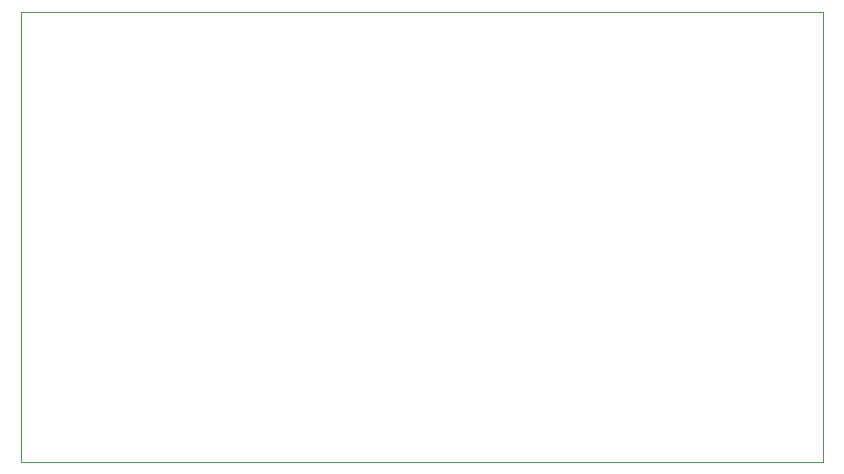
<source format=gko>
G04 (created by PCBNEW (2013-jul-07)-stable) date Thu 15 Dec 2016 11:15:19 PM CST*
%MOIN*%
G04 Gerber Fmt 3.4, Leading zero omitted, Abs format*
%FSLAX34Y34*%
G01*
G70*
G90*
G04 APERTURE LIST*
%ADD10C,0.00590551*%
%ADD11C,0.00393701*%
G04 APERTURE END LIST*
G54D10*
G54D11*
X71750Y-42750D02*
X71750Y-57750D01*
X98500Y-42750D02*
X71750Y-42750D01*
X98500Y-57750D02*
X98500Y-42750D01*
X71750Y-57750D02*
X98500Y-57750D01*
M02*

</source>
